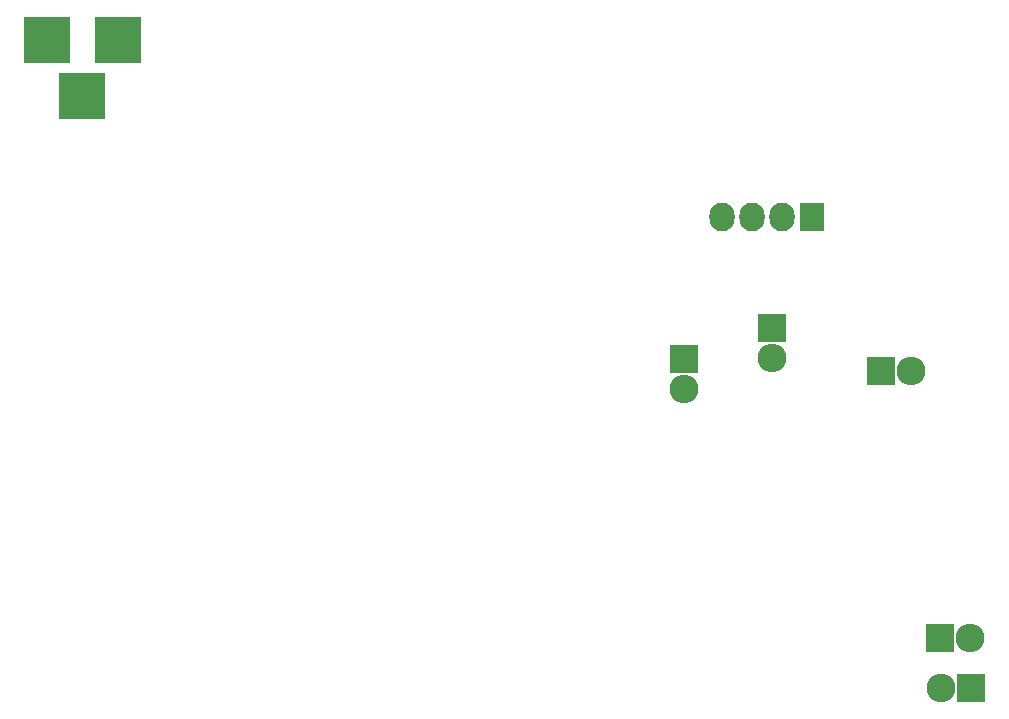
<source format=gbs>
G04 #@! TF.FileFunction,Soldermask,Bot*
%FSLAX46Y46*%
G04 Gerber Fmt 4.6, Leading zero omitted, Abs format (unit mm)*
G04 Created by KiCad (PCBNEW (2015-05-05 BZR 5645)-product) date Wednesday, June 24, 2015 'pmt' 10:47:51 pm*
%MOMM*%
G01*
G04 APERTURE LIST*
%ADD10C,0.100000*%
%ADD11R,3.900120X3.900120*%
%ADD12R,2.127200X2.432000*%
%ADD13O,2.127200X2.432000*%
%ADD14R,2.432000X2.432000*%
%ADD15O,2.432000X2.432000*%
G04 APERTURE END LIST*
D10*
D11*
X88200140Y-50000000D03*
X82200660Y-50000000D03*
X85200400Y-54699000D03*
D12*
X147000000Y-65000000D03*
D13*
X144460000Y-65000000D03*
X141920000Y-65000000D03*
X139380000Y-65000000D03*
D14*
X160400000Y-104800000D03*
D15*
X157860000Y-104800000D03*
D14*
X157800000Y-100600000D03*
D15*
X160340000Y-100600000D03*
D14*
X143600000Y-74400000D03*
D15*
X143600000Y-76940000D03*
D14*
X136148333Y-76975000D03*
D15*
X136148333Y-79515000D03*
D14*
X152800000Y-78000000D03*
D15*
X155340000Y-78000000D03*
M02*

</source>
